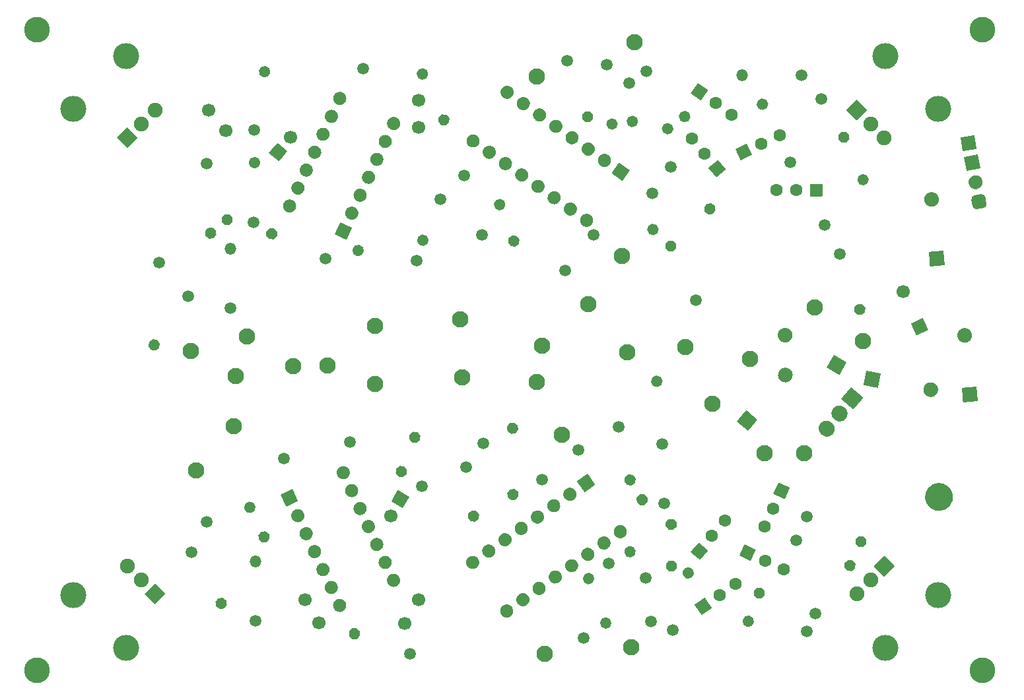
<source format=gbr>
%TF.GenerationSoftware,KiCad,Pcbnew,(5.1.7)-1*%
%TF.CreationDate,2021-03-24T00:49:07-05:00*%
%TF.ProjectId,duber,64756265-722e-46b6-9963-61645f706362,rev?*%
%TF.SameCoordinates,Original*%
%TF.FileFunction,Soldermask,Top*%
%TF.FilePolarity,Negative*%
%FSLAX46Y46*%
G04 Gerber Fmt 4.6, Leading zero omitted, Abs format (unit mm)*
G04 Created by KiCad (PCBNEW (5.1.7)-1) date 2021-03-24 00:49:07*
%MOMM*%
%LPD*%
G01*
G04 APERTURE LIST*
%ADD10C,3.300000*%
%ADD11C,3.340000*%
%ADD12C,1.900000*%
%ADD13C,1.600000*%
%ADD14C,1.500000*%
%ADD15O,1.500000X1.500000*%
%ADD16C,2.100000*%
%ADD17C,1.700000*%
G04 APERTURE END LIST*
D10*
%TO.C,REF\u002A\u002A*%
X218890000Y-136050000D03*
%TD*%
%TO.C,REF\u002A\u002A*%
X97710000Y-136050000D03*
%TD*%
%TO.C,REF\u002A\u002A*%
X97710000Y-53800000D03*
%TD*%
%TO.C,REF\u002A\u002A*%
X218890000Y-53800000D03*
%TD*%
%TO.C,D3*%
G36*
G01*
X194442808Y-93495865D02*
X194442808Y-93495865D01*
G75*
G02*
X193145084Y-93843589I-822724J475000D01*
G01*
X193145084Y-93843589D01*
G75*
G02*
X192797360Y-92545865I475000J822724D01*
G01*
X192797360Y-92545865D01*
G75*
G02*
X194095084Y-92198141I822724J-475000D01*
G01*
X194095084Y-92198141D01*
G75*
G02*
X194442808Y-93495865I-475000J-822724D01*
G01*
G37*
G36*
G01*
X201491922Y-96526442D02*
X200591922Y-98085288D01*
G75*
G02*
X200523621Y-98103589I-43301J25000D01*
G01*
X198964775Y-97203589D01*
G75*
G02*
X198946474Y-97135288I25000J43301D01*
G01*
X199846474Y-95576442D01*
G75*
G02*
X199914775Y-95558141I43301J-25000D01*
G01*
X201473621Y-96458141D01*
G75*
G02*
X201491922Y-96526442I-25000J-43301D01*
G01*
G37*
%TD*%
%TO.C,D5*%
G36*
G01*
X188823688Y-105278095D02*
X187444808Y-104121077D01*
G75*
G02*
X187438645Y-104050636I32139J38302D01*
G01*
X188595663Y-102671756D01*
G75*
G02*
X188666104Y-102665593I38302J-32139D01*
G01*
X190044984Y-103822611D01*
G75*
G02*
X190051147Y-103893052I-32139J-38302D01*
G01*
X188894129Y-105271932D01*
G75*
G02*
X188823688Y-105278095I-38302J32139D01*
G01*
G37*
G36*
G01*
X193032290Y-98862327D02*
X193032290Y-98862327D01*
G75*
G02*
X192915196Y-97523937I610648J727742D01*
G01*
X192915196Y-97523937D01*
G75*
G02*
X194253586Y-97406843I727742J-610648D01*
G01*
X194253586Y-97406843D01*
G75*
G02*
X194370680Y-98745233I-610648J-727742D01*
G01*
X194370680Y-98745233D01*
G75*
G02*
X193032290Y-98862327I-727742J610648D01*
G01*
G37*
%TD*%
%TO.C,1N4001*%
G36*
G01*
X214035677Y-84062506D02*
X212242527Y-84219386D01*
G75*
G02*
X212188359Y-84173934I-4358J49810D01*
G01*
X212031479Y-82380784D01*
G75*
G02*
X212076931Y-82326616I49810J4358D01*
G01*
X213870081Y-82169736D01*
G75*
G02*
X213924249Y-82215188I4358J-49810D01*
G01*
X214081129Y-84008338D01*
G75*
G02*
X214035677Y-84062506I-49810J-4358D01*
G01*
G37*
G36*
G01*
X212474975Y-76549942D02*
X212474975Y-76549942D01*
G75*
G02*
X211445792Y-75686355I-82798J946385D01*
G01*
X211445792Y-75686355D01*
G75*
G02*
X212309379Y-74657172I946385J82798D01*
G01*
X212309379Y-74657172D01*
G75*
G02*
X213338562Y-75520759I82798J-946385D01*
G01*
X213338562Y-75520759D01*
G75*
G02*
X212474975Y-76549942I-946385J-82798D01*
G01*
G37*
%TD*%
%TO.C,1N914*%
G36*
G01*
X216719282Y-93998001D02*
X216719282Y-93998001D01*
G75*
G02*
X215690099Y-93134414I-82798J946385D01*
G01*
X215690099Y-93134414D01*
G75*
G02*
X216553686Y-92105231I946385J82798D01*
G01*
X216553686Y-92105231D01*
G75*
G02*
X217582869Y-92968818I82798J-946385D01*
G01*
X217582869Y-92968818D01*
G75*
G02*
X216719282Y-93998001I-946385J-82798D01*
G01*
G37*
G36*
G01*
X218279984Y-101510565D02*
X216486834Y-101667445D01*
G75*
G02*
X216432666Y-101621993I-4358J49810D01*
G01*
X216275786Y-99828843D01*
G75*
G02*
X216321238Y-99774675I49810J4358D01*
G01*
X218114388Y-99617795D01*
G75*
G02*
X218168556Y-99663247I4358J-49810D01*
G01*
X218325436Y-101456397D01*
G75*
G02*
X218279984Y-101510565I-49810J-4358D01*
G01*
G37*
%TD*%
%TO.C,1N4001*%
G36*
G01*
X203698799Y-99406575D02*
X204011365Y-97633921D01*
G75*
G02*
X204069287Y-97593363I49240J-8682D01*
G01*
X205841941Y-97905929D01*
G75*
G02*
X205882499Y-97963851I-8682J-49240D01*
G01*
X205569933Y-99736505D01*
G75*
G02*
X205512011Y-99777063I-49240J8682D01*
G01*
X203739357Y-99464497D01*
G75*
G02*
X203698799Y-99406575I8682J49240D01*
G01*
G37*
G36*
G01*
X211359317Y-99843446D02*
X211359317Y-99843446D01*
G75*
G02*
X212459850Y-99072845I935567J-164966D01*
G01*
X212459850Y-99072845D01*
G75*
G02*
X213230451Y-100173378I-164966J-935567D01*
G01*
X213230451Y-100173378D01*
G75*
G02*
X212129918Y-100943979I-935567J164966D01*
G01*
X212129918Y-100943979D01*
G75*
G02*
X211359317Y-99843446I164966J935567D01*
G01*
G37*
%TD*%
D11*
%TO.C,FREQ.*%
X206476955Y-57210354D03*
X213265180Y-63998579D03*
D12*
X206335534Y-67675534D03*
X204567767Y-65907767D03*
G36*
G01*
X204108147Y-64175355D02*
X202835355Y-65448147D01*
G75*
G02*
X202764645Y-65448147I-35355J35355D01*
G01*
X201491853Y-64175355D01*
G75*
G02*
X201491853Y-64104645I35355J35355D01*
G01*
X202764645Y-62831853D01*
G75*
G02*
X202835355Y-62831853I35355J-35355D01*
G01*
X204108147Y-64104645D01*
G75*
G02*
X204108147Y-64175355I-35355J-35355D01*
G01*
G37*
%TD*%
%TO.C,FREQ.*%
G36*
G01*
X206304645Y-123978147D02*
X205031853Y-122705355D01*
G75*
G02*
X205031853Y-122634645I35355J35355D01*
G01*
X206304645Y-121361853D01*
G75*
G02*
X206375355Y-121361853I35355J-35355D01*
G01*
X207648147Y-122634645D01*
G75*
G02*
X207648147Y-122705355I-35355J-35355D01*
G01*
X206375355Y-123978147D01*
G75*
G02*
X206304645Y-123978147I-35355J35355D01*
G01*
G37*
X204572233Y-124437767D03*
X202804466Y-126205534D03*
D11*
X206481421Y-133135180D03*
X213269646Y-126346955D03*
%TD*%
%TO.C,RES.*%
X109118579Y-133145180D03*
X102330354Y-126356955D03*
D12*
X109260000Y-122680000D03*
X111027767Y-124447767D03*
G36*
G01*
X111487387Y-126180179D02*
X112760179Y-124907387D01*
G75*
G02*
X112830889Y-124907387I35355J-35355D01*
G01*
X114103681Y-126180179D01*
G75*
G02*
X114103681Y-126250889I-35355J-35355D01*
G01*
X112830889Y-127523681D01*
G75*
G02*
X112760179Y-127523681I-35355J35355D01*
G01*
X111487387Y-126250889D01*
G75*
G02*
X111487387Y-126180179I35355J35355D01*
G01*
G37*
%TD*%
%TO.C,RES.*%
G36*
G01*
X109295355Y-66371853D02*
X110568147Y-67644645D01*
G75*
G02*
X110568147Y-67715355I-35355J-35355D01*
G01*
X109295355Y-68988147D01*
G75*
G02*
X109224645Y-68988147I-35355J35355D01*
G01*
X107951853Y-67715355D01*
G75*
G02*
X107951853Y-67644645I35355J35355D01*
G01*
X109224645Y-66371853D01*
G75*
G02*
X109295355Y-66371853I35355J-35355D01*
G01*
G37*
X111027767Y-65912233D03*
X112795534Y-64144466D03*
D11*
X109118579Y-57214820D03*
X102330354Y-64003045D03*
%TD*%
%TO.C,J1*%
G36*
G01*
X216418654Y-69380832D02*
X216123452Y-67706658D01*
G75*
G02*
X216164010Y-67648736I49240J8682D01*
G01*
X217838184Y-67353534D01*
G75*
G02*
X217896106Y-67394092I8682J-49240D01*
G01*
X218191308Y-69068266D01*
G75*
G02*
X218150750Y-69126188I-49240J-8682D01*
G01*
X216476576Y-69421390D01*
G75*
G02*
X216418654Y-69380832I-8682J49240D01*
G01*
G37*
G36*
G01*
X216859720Y-71882244D02*
X216564518Y-70208070D01*
G75*
G02*
X216605076Y-70150148I49240J8682D01*
G01*
X218279250Y-69854946D01*
G75*
G02*
X218337172Y-69895504I8682J-49240D01*
G01*
X218632374Y-71569678D01*
G75*
G02*
X218591816Y-71627600I-49240J-8682D01*
G01*
X216917642Y-71922802D01*
G75*
G02*
X216859720Y-71882244I-8682J49240D01*
G01*
G37*
G36*
G01*
X217153186Y-73546568D02*
X217153186Y-73546568D01*
G75*
G02*
X217883230Y-72503958I886327J156283D01*
G01*
X217883230Y-72503958D01*
G75*
G02*
X218925840Y-73234002I156283J-886327D01*
G01*
X218925840Y-73234002D01*
G75*
G02*
X218195796Y-74276612I-886327J-156283D01*
G01*
X218195796Y-74276612D01*
G75*
G02*
X217153186Y-73546568I-156283J886327D01*
G01*
G37*
G36*
G01*
X217672394Y-76491144D02*
X217516111Y-75604817D01*
G75*
G02*
X217881132Y-75083512I443163J78142D01*
G01*
X218767459Y-74927229D01*
G75*
G02*
X219288764Y-75292250I78142J-443163D01*
G01*
X219445047Y-76178577D01*
G75*
G02*
X219080026Y-76699882I-443163J-78142D01*
G01*
X218193699Y-76856165D01*
G75*
G02*
X217672394Y-76491144I-78142J443163D01*
G01*
G37*
%TD*%
%TO.C,U2*%
G36*
G01*
X136185703Y-111028875D02*
X136185703Y-111028875D01*
G75*
G02*
X136596839Y-109899287I770362J359226D01*
G01*
X136596839Y-109899287D01*
G75*
G02*
X137726427Y-110310423I359226J-770362D01*
G01*
X137726427Y-110310423D01*
G75*
G02*
X137315291Y-111440011I-770362J-359226D01*
G01*
X137315291Y-111440011D01*
G75*
G02*
X136185703Y-111028875I-359226J770362D01*
G01*
G37*
G36*
G01*
X135720340Y-128061357D02*
X135720340Y-128061357D01*
G75*
G02*
X136131476Y-126931769I770362J359226D01*
G01*
X136131476Y-126931769D01*
G75*
G02*
X137261064Y-127342905I359226J-770362D01*
G01*
X137261064Y-127342905D01*
G75*
G02*
X136849928Y-128472493I-770362J-359226D01*
G01*
X136849928Y-128472493D01*
G75*
G02*
X135720340Y-128061357I-359226J770362D01*
G01*
G37*
G36*
G01*
X137259154Y-113330897D02*
X137259154Y-113330897D01*
G75*
G02*
X137670290Y-112201309I770362J359226D01*
G01*
X137670290Y-112201309D01*
G75*
G02*
X138799878Y-112612445I359226J-770362D01*
G01*
X138799878Y-112612445D01*
G75*
G02*
X138388742Y-113742033I-770362J-359226D01*
G01*
X138388742Y-113742033D01*
G75*
G02*
X137259154Y-113330897I-359226J770362D01*
G01*
G37*
G36*
G01*
X134646890Y-125759335D02*
X134646890Y-125759335D01*
G75*
G02*
X135058026Y-124629747I770362J359226D01*
G01*
X135058026Y-124629747D01*
G75*
G02*
X136187614Y-125040883I359226J-770362D01*
G01*
X136187614Y-125040883D01*
G75*
G02*
X135776478Y-126170471I-770362J-359226D01*
G01*
X135776478Y-126170471D01*
G75*
G02*
X134646890Y-125759335I-359226J770362D01*
G01*
G37*
G36*
G01*
X138332604Y-115632918D02*
X138332604Y-115632918D01*
G75*
G02*
X138743740Y-114503330I770362J359226D01*
G01*
X138743740Y-114503330D01*
G75*
G02*
X139873328Y-114914466I359226J-770362D01*
G01*
X139873328Y-114914466D01*
G75*
G02*
X139462192Y-116044054I-770362J-359226D01*
G01*
X139462192Y-116044054D01*
G75*
G02*
X138332604Y-115632918I-359226J770362D01*
G01*
G37*
G36*
G01*
X133573440Y-123457313D02*
X133573440Y-123457313D01*
G75*
G02*
X133984576Y-122327725I770362J359226D01*
G01*
X133984576Y-122327725D01*
G75*
G02*
X135114164Y-122738861I359226J-770362D01*
G01*
X135114164Y-122738861D01*
G75*
G02*
X134703028Y-123868449I-770362J-359226D01*
G01*
X134703028Y-123868449D01*
G75*
G02*
X133573440Y-123457313I-359226J770362D01*
G01*
G37*
G36*
G01*
X139406054Y-117934940D02*
X139406054Y-117934940D01*
G75*
G02*
X139817190Y-116805352I770362J359226D01*
G01*
X139817190Y-116805352D01*
G75*
G02*
X140946778Y-117216488I359226J-770362D01*
G01*
X140946778Y-117216488D01*
G75*
G02*
X140535642Y-118346076I-770362J-359226D01*
G01*
X140535642Y-118346076D01*
G75*
G02*
X139406054Y-117934940I-359226J770362D01*
G01*
G37*
G36*
G01*
X132499989Y-121155291D02*
X132499989Y-121155291D01*
G75*
G02*
X132911125Y-120025703I770362J359226D01*
G01*
X132911125Y-120025703D01*
G75*
G02*
X134040713Y-120436839I359226J-770362D01*
G01*
X134040713Y-120436839D01*
G75*
G02*
X133629577Y-121566427I-770362J-359226D01*
G01*
X133629577Y-121566427D01*
G75*
G02*
X132499989Y-121155291I-359226J770362D01*
G01*
G37*
G36*
G01*
X140479505Y-120236962D02*
X140479505Y-120236962D01*
G75*
G02*
X140890641Y-119107374I770362J359226D01*
G01*
X140890641Y-119107374D01*
G75*
G02*
X142020229Y-119518510I359226J-770362D01*
G01*
X142020229Y-119518510D01*
G75*
G02*
X141609093Y-120648098I-770362J-359226D01*
G01*
X141609093Y-120648098D01*
G75*
G02*
X140479505Y-120236962I-359226J770362D01*
G01*
G37*
G36*
G01*
X131426539Y-118853270D02*
X131426539Y-118853270D01*
G75*
G02*
X131837675Y-117723682I770362J359226D01*
G01*
X131837675Y-117723682D01*
G75*
G02*
X132967263Y-118134818I359226J-770362D01*
G01*
X132967263Y-118134818D01*
G75*
G02*
X132556127Y-119264406I-770362J-359226D01*
G01*
X132556127Y-119264406D01*
G75*
G02*
X131426539Y-118853270I-359226J770362D01*
G01*
G37*
G36*
G01*
X141552955Y-122538984D02*
X141552955Y-122538984D01*
G75*
G02*
X141964091Y-121409396I770362J359226D01*
G01*
X141964091Y-121409396D01*
G75*
G02*
X143093679Y-121820532I359226J-770362D01*
G01*
X143093679Y-121820532D01*
G75*
G02*
X142682543Y-122950120I-770362J-359226D01*
G01*
X142682543Y-122950120D01*
G75*
G02*
X141552955Y-122538984I-359226J770362D01*
G01*
G37*
G36*
G01*
X130353088Y-116551248D02*
X130353088Y-116551248D01*
G75*
G02*
X130764224Y-115421660I770362J359226D01*
G01*
X130764224Y-115421660D01*
G75*
G02*
X131893812Y-115832796I359226J-770362D01*
G01*
X131893812Y-115832796D01*
G75*
G02*
X131482676Y-116962384I-770362J-359226D01*
G01*
X131482676Y-116962384D01*
G75*
G02*
X130353088Y-116551248I-359226J770362D01*
G01*
G37*
G36*
G01*
X142626406Y-124841006D02*
X142626406Y-124841006D01*
G75*
G02*
X143037542Y-123711418I770362J359226D01*
G01*
X143037542Y-123711418D01*
G75*
G02*
X144167130Y-124122554I359226J-770362D01*
G01*
X144167130Y-124122554D01*
G75*
G02*
X143755994Y-125252142I-770362J-359226D01*
G01*
X143755994Y-125252142D01*
G75*
G02*
X142626406Y-124841006I-359226J770362D01*
G01*
G37*
G36*
G01*
X129617733Y-114974272D02*
X128941544Y-113524179D01*
G75*
G02*
X128965728Y-113457733I45315J21131D01*
G01*
X130415821Y-112781544D01*
G75*
G02*
X130482267Y-112805728I21131J-45315D01*
G01*
X131158456Y-114255821D01*
G75*
G02*
X131134272Y-114322267I-45315J-21131D01*
G01*
X129684179Y-114998456D01*
G75*
G02*
X129617733Y-114974272I-21131J45315D01*
G01*
G37*
%TD*%
%TO.C,U1*%
G36*
G01*
X138078456Y-79304179D02*
X137402267Y-80754272D01*
G75*
G02*
X137335821Y-80778456I-45315J21131D01*
G01*
X135885728Y-80102267D01*
G75*
G02*
X135861544Y-80035821I21131J45315D01*
G01*
X136537733Y-78585728D01*
G75*
G02*
X136604179Y-78561544I45315J-21131D01*
G01*
X138054272Y-79237733D01*
G75*
G02*
X138078456Y-79304179I-21131J-45315D01*
G01*
G37*
G36*
G01*
X137274999Y-62996744D02*
X137274999Y-62996744D01*
G75*
G02*
X136145411Y-63407880I-770362J359226D01*
G01*
X136145411Y-63407880D01*
G75*
G02*
X135734275Y-62278292I359226J770362D01*
G01*
X135734275Y-62278292D01*
G75*
G02*
X136863863Y-61867156I770362J-359226D01*
G01*
X136863863Y-61867156D01*
G75*
G02*
X137274999Y-62996744I-359226J-770362D01*
G01*
G37*
G36*
G01*
X138813812Y-77727204D02*
X138813812Y-77727204D01*
G75*
G02*
X137684224Y-78138340I-770362J359226D01*
G01*
X137684224Y-78138340D01*
G75*
G02*
X137273088Y-77008752I359226J770362D01*
G01*
X137273088Y-77008752D01*
G75*
G02*
X138402676Y-76597616I770362J-359226D01*
G01*
X138402676Y-76597616D01*
G75*
G02*
X138813812Y-77727204I-359226J-770362D01*
G01*
G37*
G36*
G01*
X136201549Y-65298766D02*
X136201549Y-65298766D01*
G75*
G02*
X135071961Y-65709902I-770362J359226D01*
G01*
X135071961Y-65709902D01*
G75*
G02*
X134660825Y-64580314I359226J770362D01*
G01*
X134660825Y-64580314D01*
G75*
G02*
X135790413Y-64169178I770362J-359226D01*
G01*
X135790413Y-64169178D01*
G75*
G02*
X136201549Y-65298766I-359226J-770362D01*
G01*
G37*
G36*
G01*
X139887263Y-75425182D02*
X139887263Y-75425182D01*
G75*
G02*
X138757675Y-75836318I-770362J359226D01*
G01*
X138757675Y-75836318D01*
G75*
G02*
X138346539Y-74706730I359226J770362D01*
G01*
X138346539Y-74706730D01*
G75*
G02*
X139476127Y-74295594I770362J-359226D01*
G01*
X139476127Y-74295594D01*
G75*
G02*
X139887263Y-75425182I-359226J-770362D01*
G01*
G37*
G36*
G01*
X135128098Y-67600788D02*
X135128098Y-67600788D01*
G75*
G02*
X133998510Y-68011924I-770362J359226D01*
G01*
X133998510Y-68011924D01*
G75*
G02*
X133587374Y-66882336I359226J770362D01*
G01*
X133587374Y-66882336D01*
G75*
G02*
X134716962Y-66471200I770362J-359226D01*
G01*
X134716962Y-66471200D01*
G75*
G02*
X135128098Y-67600788I-359226J-770362D01*
G01*
G37*
G36*
G01*
X140960713Y-73123161D02*
X140960713Y-73123161D01*
G75*
G02*
X139831125Y-73534297I-770362J359226D01*
G01*
X139831125Y-73534297D01*
G75*
G02*
X139419989Y-72404709I359226J770362D01*
G01*
X139419989Y-72404709D01*
G75*
G02*
X140549577Y-71993573I770362J-359226D01*
G01*
X140549577Y-71993573D01*
G75*
G02*
X140960713Y-73123161I-359226J-770362D01*
G01*
G37*
G36*
G01*
X134054648Y-69902810D02*
X134054648Y-69902810D01*
G75*
G02*
X132925060Y-70313946I-770362J359226D01*
G01*
X132925060Y-70313946D01*
G75*
G02*
X132513924Y-69184358I359226J770362D01*
G01*
X132513924Y-69184358D01*
G75*
G02*
X133643512Y-68773222I770362J-359226D01*
G01*
X133643512Y-68773222D01*
G75*
G02*
X134054648Y-69902810I-359226J-770362D01*
G01*
G37*
G36*
G01*
X142034164Y-70821139D02*
X142034164Y-70821139D01*
G75*
G02*
X140904576Y-71232275I-770362J359226D01*
G01*
X140904576Y-71232275D01*
G75*
G02*
X140493440Y-70102687I359226J770362D01*
G01*
X140493440Y-70102687D01*
G75*
G02*
X141623028Y-69691551I770362J-359226D01*
G01*
X141623028Y-69691551D01*
G75*
G02*
X142034164Y-70821139I-359226J-770362D01*
G01*
G37*
G36*
G01*
X132981197Y-72204831D02*
X132981197Y-72204831D01*
G75*
G02*
X131851609Y-72615967I-770362J359226D01*
G01*
X131851609Y-72615967D01*
G75*
G02*
X131440473Y-71486379I359226J770362D01*
G01*
X131440473Y-71486379D01*
G75*
G02*
X132570061Y-71075243I770362J-359226D01*
G01*
X132570061Y-71075243D01*
G75*
G02*
X132981197Y-72204831I-359226J-770362D01*
G01*
G37*
G36*
G01*
X143107614Y-68519117D02*
X143107614Y-68519117D01*
G75*
G02*
X141978026Y-68930253I-770362J359226D01*
G01*
X141978026Y-68930253D01*
G75*
G02*
X141566890Y-67800665I359226J770362D01*
G01*
X141566890Y-67800665D01*
G75*
G02*
X142696478Y-67389529I770362J-359226D01*
G01*
X142696478Y-67389529D01*
G75*
G02*
X143107614Y-68519117I-359226J-770362D01*
G01*
G37*
G36*
G01*
X131907747Y-74506853D02*
X131907747Y-74506853D01*
G75*
G02*
X130778159Y-74917989I-770362J359226D01*
G01*
X130778159Y-74917989D01*
G75*
G02*
X130367023Y-73788401I359226J770362D01*
G01*
X130367023Y-73788401D01*
G75*
G02*
X131496611Y-73377265I770362J-359226D01*
G01*
X131496611Y-73377265D01*
G75*
G02*
X131907747Y-74506853I-359226J-770362D01*
G01*
G37*
G36*
G01*
X144181064Y-66217095D02*
X144181064Y-66217095D01*
G75*
G02*
X143051476Y-66628231I-770362J359226D01*
G01*
X143051476Y-66628231D01*
G75*
G02*
X142640340Y-65498643I359226J770362D01*
G01*
X142640340Y-65498643D01*
G75*
G02*
X143769928Y-65087507I770362J-359226D01*
G01*
X143769928Y-65087507D01*
G75*
G02*
X144181064Y-66217095I-359226J-770362D01*
G01*
G37*
G36*
G01*
X130834297Y-76808875D02*
X130834297Y-76808875D01*
G75*
G02*
X129704709Y-77220011I-770362J359226D01*
G01*
X129704709Y-77220011D01*
G75*
G02*
X129293573Y-76090423I359226J770362D01*
G01*
X129293573Y-76090423D01*
G75*
G02*
X130423161Y-75679287I770362J-359226D01*
G01*
X130423161Y-75679287D01*
G75*
G02*
X130834297Y-76808875I-359226J-770362D01*
G01*
G37*
%TD*%
%TO.C,U4*%
G36*
G01*
X171983112Y-117535660D02*
X171983112Y-117535660D01*
G75*
G02*
X173166931Y-117744399I487540J-696279D01*
G01*
X173166931Y-117744399D01*
G75*
G02*
X172958192Y-118928218I-696279J-487540D01*
G01*
X172958192Y-118928218D01*
G75*
G02*
X171774373Y-118719479I-487540J696279D01*
G01*
X171774373Y-118719479D01*
G75*
G02*
X171983112Y-117535660I696279J487540D01*
G01*
G37*
G36*
G01*
X153047937Y-121491910D02*
X153047937Y-121491910D01*
G75*
G02*
X154231756Y-121700649I487540J-696279D01*
G01*
X154231756Y-121700649D01*
G75*
G02*
X154023017Y-122884468I-696279J-487540D01*
G01*
X154023017Y-122884468D01*
G75*
G02*
X152839198Y-122675729I-487540J696279D01*
G01*
X152839198Y-122675729D01*
G75*
G02*
X153047937Y-121491910I696279J487540D01*
G01*
G37*
G36*
G01*
X169902466Y-118992544D02*
X169902466Y-118992544D01*
G75*
G02*
X171086285Y-119201283I487540J-696279D01*
G01*
X171086285Y-119201283D01*
G75*
G02*
X170877546Y-120385102I-696279J-487540D01*
G01*
X170877546Y-120385102D01*
G75*
G02*
X169693727Y-120176363I-487540J696279D01*
G01*
X169693727Y-120176363D01*
G75*
G02*
X169902466Y-118992544I696279J487540D01*
G01*
G37*
G36*
G01*
X155128583Y-120035026D02*
X155128583Y-120035026D01*
G75*
G02*
X156312402Y-120243765I487540J-696279D01*
G01*
X156312402Y-120243765D01*
G75*
G02*
X156103663Y-121427584I-696279J-487540D01*
G01*
X156103663Y-121427584D01*
G75*
G02*
X154919844Y-121218845I-487540J696279D01*
G01*
X154919844Y-121218845D01*
G75*
G02*
X155128583Y-120035026I696279J487540D01*
G01*
G37*
G36*
G01*
X167821820Y-120449428D02*
X167821820Y-120449428D01*
G75*
G02*
X169005639Y-120658167I487540J-696279D01*
G01*
X169005639Y-120658167D01*
G75*
G02*
X168796900Y-121841986I-696279J-487540D01*
G01*
X168796900Y-121841986D01*
G75*
G02*
X167613081Y-121633247I-487540J696279D01*
G01*
X167613081Y-121633247D01*
G75*
G02*
X167821820Y-120449428I696279J487540D01*
G01*
G37*
G36*
G01*
X157209229Y-118578142D02*
X157209229Y-118578142D01*
G75*
G02*
X158393048Y-118786881I487540J-696279D01*
G01*
X158393048Y-118786881D01*
G75*
G02*
X158184309Y-119970700I-696279J-487540D01*
G01*
X158184309Y-119970700D01*
G75*
G02*
X157000490Y-119761961I-487540J696279D01*
G01*
X157000490Y-119761961D01*
G75*
G02*
X157209229Y-118578142I696279J487540D01*
G01*
G37*
G36*
G01*
X165741174Y-121906312D02*
X165741174Y-121906312D01*
G75*
G02*
X166924993Y-122115051I487540J-696279D01*
G01*
X166924993Y-122115051D01*
G75*
G02*
X166716254Y-123298870I-696279J-487540D01*
G01*
X166716254Y-123298870D01*
G75*
G02*
X165532435Y-123090131I-487540J696279D01*
G01*
X165532435Y-123090131D01*
G75*
G02*
X165741174Y-121906312I696279J487540D01*
G01*
G37*
G36*
G01*
X159289875Y-117121258D02*
X159289875Y-117121258D01*
G75*
G02*
X160473694Y-117329997I487540J-696279D01*
G01*
X160473694Y-117329997D01*
G75*
G02*
X160264955Y-118513816I-696279J-487540D01*
G01*
X160264955Y-118513816D01*
G75*
G02*
X159081136Y-118305077I-487540J696279D01*
G01*
X159081136Y-118305077D01*
G75*
G02*
X159289875Y-117121258I696279J487540D01*
G01*
G37*
G36*
G01*
X163660528Y-123363196D02*
X163660528Y-123363196D01*
G75*
G02*
X164844347Y-123571935I487540J-696279D01*
G01*
X164844347Y-123571935D01*
G75*
G02*
X164635608Y-124755754I-696279J-487540D01*
G01*
X164635608Y-124755754D01*
G75*
G02*
X163451789Y-124547015I-487540J696279D01*
G01*
X163451789Y-124547015D01*
G75*
G02*
X163660528Y-123363196I696279J487540D01*
G01*
G37*
G36*
G01*
X161370521Y-115664373D02*
X161370521Y-115664373D01*
G75*
G02*
X162554340Y-115873112I487540J-696279D01*
G01*
X162554340Y-115873112D01*
G75*
G02*
X162345601Y-117056931I-696279J-487540D01*
G01*
X162345601Y-117056931D01*
G75*
G02*
X161161782Y-116848192I-487540J696279D01*
G01*
X161161782Y-116848192D01*
G75*
G02*
X161370521Y-115664373I696279J487540D01*
G01*
G37*
G36*
G01*
X161579881Y-124820080D02*
X161579881Y-124820080D01*
G75*
G02*
X162763700Y-125028819I487540J-696279D01*
G01*
X162763700Y-125028819D01*
G75*
G02*
X162554961Y-126212638I-696279J-487540D01*
G01*
X162554961Y-126212638D01*
G75*
G02*
X161371142Y-126003899I-487540J696279D01*
G01*
X161371142Y-126003899D01*
G75*
G02*
X161579881Y-124820080I696279J487540D01*
G01*
G37*
G36*
G01*
X163451168Y-114207489D02*
X163451168Y-114207489D01*
G75*
G02*
X164634987Y-114416228I487540J-696279D01*
G01*
X164634987Y-114416228D01*
G75*
G02*
X164426248Y-115600047I-696279J-487540D01*
G01*
X164426248Y-115600047D01*
G75*
G02*
X163242429Y-115391308I-487540J696279D01*
G01*
X163242429Y-115391308D01*
G75*
G02*
X163451168Y-114207489I696279J487540D01*
G01*
G37*
G36*
G01*
X159499235Y-126276964D02*
X159499235Y-126276964D01*
G75*
G02*
X160683054Y-126485703I487540J-696279D01*
G01*
X160683054Y-126485703D01*
G75*
G02*
X160474315Y-127669522I-696279J-487540D01*
G01*
X160474315Y-127669522D01*
G75*
G02*
X159290496Y-127460783I-487540J696279D01*
G01*
X159290496Y-127460783D01*
G75*
G02*
X159499235Y-126276964I696279J487540D01*
G01*
G37*
G36*
G01*
X165531814Y-112750605D02*
X165531814Y-112750605D01*
G75*
G02*
X166715633Y-112959344I487540J-696279D01*
G01*
X166715633Y-112959344D01*
G75*
G02*
X166506894Y-114143163I-696279J-487540D01*
G01*
X166506894Y-114143163D01*
G75*
G02*
X165323075Y-113934424I-487540J696279D01*
G01*
X165323075Y-113934424D01*
G75*
G02*
X165531814Y-112750605I696279J487540D01*
G01*
G37*
G36*
G01*
X157418589Y-127733849D02*
X157418589Y-127733849D01*
G75*
G02*
X158602408Y-127942588I487540J-696279D01*
G01*
X158602408Y-127942588D01*
G75*
G02*
X158393669Y-129126407I-696279J-487540D01*
G01*
X158393669Y-129126407D01*
G75*
G02*
X157209850Y-128917668I-487540J696279D01*
G01*
X157209850Y-128917668D01*
G75*
G02*
X157418589Y-127733849I696279J487540D01*
G01*
G37*
G36*
G01*
X166957138Y-111752582D02*
X168267781Y-110834859D01*
G75*
G02*
X168337418Y-110847138I28679J-40958D01*
G01*
X169255141Y-112157781D01*
G75*
G02*
X169242862Y-112227418I-40958J-28679D01*
G01*
X167932219Y-113145141D01*
G75*
G02*
X167862582Y-113132862I-28679J40958D01*
G01*
X166944859Y-111822219D01*
G75*
G02*
X166957138Y-111752582I40958J28679D01*
G01*
G37*
%TD*%
%TO.C,U3*%
G36*
G01*
X172362219Y-70894859D02*
X173672862Y-71812582D01*
G75*
G02*
X173685141Y-71882219I-28679J-40958D01*
G01*
X172767418Y-73192862D01*
G75*
G02*
X172697781Y-73205141I-40958J28679D01*
G01*
X171387138Y-72287418D01*
G75*
G02*
X171374859Y-72217781I28679J40958D01*
G01*
X172292582Y-70907138D01*
G75*
G02*
X172362219Y-70894859I40958J-28679D01*
G01*
G37*
G36*
G01*
X154082364Y-67397471D02*
X154082364Y-67397471D01*
G75*
G02*
X154291103Y-68581290I-487540J-696279D01*
G01*
X154291103Y-68581290D01*
G75*
G02*
X153107284Y-68790029I-696279J487540D01*
G01*
X153107284Y-68790029D01*
G75*
G02*
X152898545Y-67606210I487540J696279D01*
G01*
X152898545Y-67606210D01*
G75*
G02*
X154082364Y-67397471I696279J-487540D01*
G01*
G37*
G36*
G01*
X170936894Y-69896837D02*
X170936894Y-69896837D01*
G75*
G02*
X171145633Y-71080656I-487540J-696279D01*
G01*
X171145633Y-71080656D01*
G75*
G02*
X169961814Y-71289395I-696279J487540D01*
G01*
X169961814Y-71289395D01*
G75*
G02*
X169753075Y-70105576I487540J696279D01*
G01*
X169753075Y-70105576D01*
G75*
G02*
X170936894Y-69896837I696279J-487540D01*
G01*
G37*
G36*
G01*
X156163010Y-68854355D02*
X156163010Y-68854355D01*
G75*
G02*
X156371749Y-70038174I-487540J-696279D01*
G01*
X156371749Y-70038174D01*
G75*
G02*
X155187930Y-70246913I-696279J487540D01*
G01*
X155187930Y-70246913D01*
G75*
G02*
X154979191Y-69063094I487540J696279D01*
G01*
X154979191Y-69063094D01*
G75*
G02*
X156163010Y-68854355I696279J-487540D01*
G01*
G37*
G36*
G01*
X168856248Y-68439953D02*
X168856248Y-68439953D01*
G75*
G02*
X169064987Y-69623772I-487540J-696279D01*
G01*
X169064987Y-69623772D01*
G75*
G02*
X167881168Y-69832511I-696279J487540D01*
G01*
X167881168Y-69832511D01*
G75*
G02*
X167672429Y-68648692I487540J696279D01*
G01*
X167672429Y-68648692D01*
G75*
G02*
X168856248Y-68439953I696279J-487540D01*
G01*
G37*
G36*
G01*
X158243657Y-70311239D02*
X158243657Y-70311239D01*
G75*
G02*
X158452396Y-71495058I-487540J-696279D01*
G01*
X158452396Y-71495058D01*
G75*
G02*
X157268577Y-71703797I-696279J487540D01*
G01*
X157268577Y-71703797D01*
G75*
G02*
X157059838Y-70519978I487540J696279D01*
G01*
X157059838Y-70519978D01*
G75*
G02*
X158243657Y-70311239I696279J-487540D01*
G01*
G37*
G36*
G01*
X166775601Y-66983069D02*
X166775601Y-66983069D01*
G75*
G02*
X166984340Y-68166888I-487540J-696279D01*
G01*
X166984340Y-68166888D01*
G75*
G02*
X165800521Y-68375627I-696279J487540D01*
G01*
X165800521Y-68375627D01*
G75*
G02*
X165591782Y-67191808I487540J696279D01*
G01*
X165591782Y-67191808D01*
G75*
G02*
X166775601Y-66983069I696279J-487540D01*
G01*
G37*
G36*
G01*
X160324303Y-71768123D02*
X160324303Y-71768123D01*
G75*
G02*
X160533042Y-72951942I-487540J-696279D01*
G01*
X160533042Y-72951942D01*
G75*
G02*
X159349223Y-73160681I-696279J487540D01*
G01*
X159349223Y-73160681D01*
G75*
G02*
X159140484Y-71976862I487540J696279D01*
G01*
X159140484Y-71976862D01*
G75*
G02*
X160324303Y-71768123I696279J-487540D01*
G01*
G37*
G36*
G01*
X164694955Y-65526184D02*
X164694955Y-65526184D01*
G75*
G02*
X164903694Y-66710003I-487540J-696279D01*
G01*
X164903694Y-66710003D01*
G75*
G02*
X163719875Y-66918742I-696279J487540D01*
G01*
X163719875Y-66918742D01*
G75*
G02*
X163511136Y-65734923I487540J696279D01*
G01*
X163511136Y-65734923D01*
G75*
G02*
X164694955Y-65526184I696279J-487540D01*
G01*
G37*
G36*
G01*
X162404949Y-73225007D02*
X162404949Y-73225007D01*
G75*
G02*
X162613688Y-74408826I-487540J-696279D01*
G01*
X162613688Y-74408826D01*
G75*
G02*
X161429869Y-74617565I-696279J487540D01*
G01*
X161429869Y-74617565D01*
G75*
G02*
X161221130Y-73433746I487540J696279D01*
G01*
X161221130Y-73433746D01*
G75*
G02*
X162404949Y-73225007I696279J-487540D01*
G01*
G37*
G36*
G01*
X162614309Y-64069300D02*
X162614309Y-64069300D01*
G75*
G02*
X162823048Y-65253119I-487540J-696279D01*
G01*
X162823048Y-65253119D01*
G75*
G02*
X161639229Y-65461858I-696279J487540D01*
G01*
X161639229Y-65461858D01*
G75*
G02*
X161430490Y-64278039I487540J696279D01*
G01*
X161430490Y-64278039D01*
G75*
G02*
X162614309Y-64069300I696279J-487540D01*
G01*
G37*
G36*
G01*
X164485595Y-74681891D02*
X164485595Y-74681891D01*
G75*
G02*
X164694334Y-75865710I-487540J-696279D01*
G01*
X164694334Y-75865710D01*
G75*
G02*
X163510515Y-76074449I-696279J487540D01*
G01*
X163510515Y-76074449D01*
G75*
G02*
X163301776Y-74890630I487540J696279D01*
G01*
X163301776Y-74890630D01*
G75*
G02*
X164485595Y-74681891I696279J-487540D01*
G01*
G37*
G36*
G01*
X160533663Y-62612416D02*
X160533663Y-62612416D01*
G75*
G02*
X160742402Y-63796235I-487540J-696279D01*
G01*
X160742402Y-63796235D01*
G75*
G02*
X159558583Y-64004974I-696279J487540D01*
G01*
X159558583Y-64004974D01*
G75*
G02*
X159349844Y-62821155I487540J696279D01*
G01*
X159349844Y-62821155D01*
G75*
G02*
X160533663Y-62612416I696279J-487540D01*
G01*
G37*
G36*
G01*
X166566241Y-76138775D02*
X166566241Y-76138775D01*
G75*
G02*
X166774980Y-77322594I-487540J-696279D01*
G01*
X166774980Y-77322594D01*
G75*
G02*
X165591161Y-77531333I-696279J487540D01*
G01*
X165591161Y-77531333D01*
G75*
G02*
X165382422Y-76347514I487540J696279D01*
G01*
X165382422Y-76347514D01*
G75*
G02*
X166566241Y-76138775I696279J-487540D01*
G01*
G37*
G36*
G01*
X158453017Y-61155532D02*
X158453017Y-61155532D01*
G75*
G02*
X158661756Y-62339351I-487540J-696279D01*
G01*
X158661756Y-62339351D01*
G75*
G02*
X157477937Y-62548090I-696279J487540D01*
G01*
X157477937Y-62548090D01*
G75*
G02*
X157269198Y-61364271I487540J696279D01*
G01*
X157269198Y-61364271D01*
G75*
G02*
X158453017Y-61155532I696279J-487540D01*
G01*
G37*
G36*
G01*
X168646888Y-77595660D02*
X168646888Y-77595660D01*
G75*
G02*
X168855627Y-78779479I-487540J-696279D01*
G01*
X168855627Y-78779479D01*
G75*
G02*
X167671808Y-78988218I-696279J487540D01*
G01*
X167671808Y-78988218D01*
G75*
G02*
X167463069Y-77804399I487540J696279D01*
G01*
X167463069Y-77804399D01*
G75*
G02*
X168646888Y-77595660I696279J-487540D01*
G01*
G37*
%TD*%
D13*
%TO.C,Q4*%
X184242681Y-118794247D03*
X185875361Y-116848494D03*
G36*
G01*
X183704926Y-120679696D02*
X182740745Y-121828763D01*
G75*
G02*
X182670304Y-121834926I-38302J32139D01*
G01*
X181521237Y-120870745D01*
G75*
G02*
X181515074Y-120800304I32139J38302D01*
G01*
X182479255Y-119651237D01*
G75*
G02*
X182549696Y-119645074I38302J-32139D01*
G01*
X183698763Y-120609255D01*
G75*
G02*
X183704926Y-120679696I-32139J-38302D01*
G01*
G37*
%TD*%
%TO.C,Q8*%
X185180646Y-126353116D03*
X187261292Y-124896232D03*
G36*
G01*
X184173225Y-128035140D02*
X182944497Y-128895504D01*
G75*
G02*
X182874860Y-128883225I-28679J40958D01*
G01*
X182014496Y-127654497D01*
G75*
G02*
X182026775Y-127584860I40958J28679D01*
G01*
X183255503Y-126724496D01*
G75*
G02*
X183325140Y-126736775I28679J-40958D01*
G01*
X184185504Y-127965503D01*
G75*
G02*
X184173225Y-128035140I-40958J-28679D01*
G01*
G37*
%TD*%
%TO.C,Q6*%
G36*
G01*
X189141636Y-121972010D02*
X187782174Y-121338082D01*
G75*
G02*
X187757990Y-121271636I21131J45315D01*
G01*
X188391918Y-119912174D01*
G75*
G02*
X188458364Y-119887990I45315J-21131D01*
G01*
X189817826Y-120521918D01*
G75*
G02*
X189842010Y-120588364I-21131J-45315D01*
G01*
X189208082Y-121947826D01*
G75*
G02*
X189141636Y-121972010I-45315J21131D01*
G01*
G37*
X193404044Y-123076901D03*
X191102022Y-122003450D03*
%TD*%
%TO.C,Q3*%
G36*
G01*
X185030745Y-70551237D02*
X185994926Y-71700304D01*
G75*
G02*
X185988763Y-71770745I-38302J-32139D01*
G01*
X184839696Y-72734926D01*
G75*
G02*
X184769255Y-72728763I-32139J38302D01*
G01*
X183805074Y-71579696D01*
G75*
G02*
X183811237Y-71509255I38302J32139D01*
G01*
X184960304Y-70545074D01*
G75*
G02*
X185030745Y-70551237I32139J-38302D01*
G01*
G37*
X181634639Y-67748494D03*
X183267319Y-69694247D03*
%TD*%
%TO.C,Q5*%
G36*
G01*
X189307826Y-69928082D02*
X187948364Y-70562010D01*
G75*
G02*
X187881918Y-70537826I-21131J45315D01*
G01*
X187247990Y-69178364D01*
G75*
G02*
X187272174Y-69111918I45315J21131D01*
G01*
X188631636Y-68477990D01*
G75*
G02*
X188698082Y-68502174I21131J-45315D01*
G01*
X189332010Y-69861636D01*
G75*
G02*
X189307826Y-69928082I-45315J-21131D01*
G01*
G37*
X192894044Y-67373099D03*
X190592022Y-68446550D03*
%TD*%
%TO.C,Q7*%
X184690646Y-63246884D03*
X186771292Y-64703768D03*
G36*
G01*
X182765503Y-62875504D02*
X181536775Y-62015140D01*
G75*
G02*
X181524496Y-61945503I28679J40958D01*
G01*
X182384860Y-60716775D01*
G75*
G02*
X182454497Y-60704496I40958J-28679D01*
G01*
X183683225Y-61564860D01*
G75*
G02*
X183695504Y-61634497I-28679J-40958D01*
G01*
X182835140Y-62863225D01*
G75*
G02*
X182765503Y-62875504I-40958J28679D01*
G01*
G37*
%TD*%
%TO.C,Q2*%
G36*
G01*
X192117990Y-113331636D02*
X192751918Y-111972174D01*
G75*
G02*
X192818364Y-111947990I45315J-21131D01*
G01*
X194177826Y-112581918D01*
G75*
G02*
X194202010Y-112648364I-21131J-45315D01*
G01*
X193568082Y-114007826D01*
G75*
G02*
X193501636Y-114032010I-45315J21131D01*
G01*
X192142174Y-113398082D01*
G75*
G02*
X192117990Y-113331636I21131J45315D01*
G01*
G37*
X191013099Y-117594044D03*
X192086550Y-115292022D03*
%TD*%
%TO.C,Q1*%
X195060000Y-74410000D03*
X192520000Y-74410000D03*
G36*
G01*
X196850000Y-73610000D02*
X198350000Y-73610000D01*
G75*
G02*
X198400000Y-73660000I0J-50000D01*
G01*
X198400000Y-75160000D01*
G75*
G02*
X198350000Y-75210000I-50000J0D01*
G01*
X196850000Y-75210000D01*
G75*
G02*
X196800000Y-75160000I0J50000D01*
G01*
X196800000Y-73660000D01*
G75*
G02*
X196850000Y-73610000I50000J0D01*
G01*
G37*
%TD*%
%TO.C,R40*%
G36*
G01*
X191456142Y-63318760D02*
X191456142Y-63318760D01*
G75*
G02*
X190774363Y-64131273I-747146J-65367D01*
G01*
X190774363Y-64131273D01*
G75*
G02*
X189961850Y-63449494I-65367J747146D01*
G01*
X189961850Y-63449494D01*
G75*
G02*
X190643629Y-62636981I747146J65367D01*
G01*
X190643629Y-62636981D01*
G75*
G02*
X191456142Y-63318760I65367J-747146D01*
G01*
G37*
D14*
X198300000Y-62720000D03*
%TD*%
%TO.C,R41*%
X197470000Y-128730000D03*
G36*
G01*
X191014311Y-126380322D02*
X191014311Y-126380322D01*
G75*
G02*
X190053027Y-126828576I-704769J256515D01*
G01*
X190053027Y-126828576D01*
G75*
G02*
X189604773Y-125867292I256515J704769D01*
G01*
X189604773Y-125867292D01*
G75*
G02*
X190566057Y-125419038I704769J-256515D01*
G01*
X190566057Y-125419038D01*
G75*
G02*
X191014311Y-126380322I-256515J-704769D01*
G01*
G37*
%TD*%
%TO.C,R13*%
X200588449Y-82570093D03*
G36*
G01*
X202938127Y-89025782D02*
X202938127Y-89025782D01*
G75*
G02*
X203899411Y-89474036I256515J-704769D01*
G01*
X203899411Y-89474036D01*
G75*
G02*
X203451157Y-90435320I-704769J-256515D01*
G01*
X203451157Y-90435320D01*
G75*
G02*
X202489873Y-89987066I-256515J704769D01*
G01*
X202489873Y-89987066D01*
G75*
G02*
X202938127Y-89025782I704769J256515D01*
G01*
G37*
%TD*%
%TO.C,R35*%
X196430000Y-116300000D03*
G36*
G01*
X202656334Y-119203387D02*
X202656334Y-119203387D01*
G75*
G02*
X203653029Y-118840620I679731J-316964D01*
G01*
X203653029Y-118840620D01*
G75*
G02*
X204015796Y-119837315I-316964J-679731D01*
G01*
X204015796Y-119837315D01*
G75*
G02*
X203019101Y-120200082I-679731J316964D01*
G01*
X203019101Y-120200082D01*
G75*
G02*
X202656334Y-119203387I316964J679731D01*
G01*
G37*
%TD*%
%TO.C,R43*%
X196390000Y-131060000D03*
G36*
G01*
X189624371Y-129867037D02*
X189624371Y-129867037D01*
G75*
G02*
X188755529Y-130475407I-738606J130236D01*
G01*
X188755529Y-130475407D01*
G75*
G02*
X188147159Y-129606565I130236J738606D01*
G01*
X188147159Y-129606565D01*
G75*
G02*
X189016001Y-128998195I738606J-130236D01*
G01*
X189016001Y-128998195D01*
G75*
G02*
X189624371Y-129867037I-130236J-738606D01*
G01*
G37*
%TD*%
%TO.C,R45*%
X176420000Y-129800000D03*
G36*
G01*
X178769678Y-123344311D02*
X178769678Y-123344311D01*
G75*
G02*
X178321424Y-122383027I256515J704769D01*
G01*
X178321424Y-122383027D01*
G75*
G02*
X179282708Y-121934773I704769J-256515D01*
G01*
X179282708Y-121934773D01*
G75*
G02*
X179730962Y-122896057I-256515J-704769D01*
G01*
X179730962Y-122896057D01*
G75*
G02*
X178769678Y-123344311I-704769J256515D01*
G01*
G37*
%TD*%
%TO.C,R39*%
G36*
G01*
X178677612Y-117979239D02*
X178677612Y-117979239D01*
G75*
G02*
X178323556Y-116979417I322883J676939D01*
G01*
X178323556Y-116979417D01*
G75*
G02*
X179323378Y-116625361I676939J-322883D01*
G01*
X179323378Y-116625361D01*
G75*
G02*
X179677434Y-117625183I-322883J-676939D01*
G01*
X179677434Y-117625183D01*
G75*
G02*
X178677612Y-117979239I-676939J322883D01*
G01*
G37*
X175720000Y-124180000D03*
%TD*%
%TO.C,R34*%
X198710000Y-78910000D03*
G36*
G01*
X203125951Y-73647274D02*
X203125951Y-73647274D01*
G75*
G02*
X203033509Y-72590650I482091J574533D01*
G01*
X203033509Y-72590650D01*
G75*
G02*
X204090133Y-72498208I574533J-482091D01*
G01*
X204090133Y-72498208D01*
G75*
G02*
X204182575Y-73554832I-482091J-574533D01*
G01*
X204182575Y-73554832D01*
G75*
G02*
X203125951Y-73647274I-574533J482091D01*
G01*
G37*
%TD*%
%TO.C,R42*%
X195760000Y-59620000D03*
D15*
X188140000Y-59620000D03*
%TD*%
D14*
%TO.C,R44*%
X173650000Y-60690000D03*
G36*
G01*
X178065951Y-65952726D02*
X178065951Y-65952726D01*
G75*
G02*
X179122575Y-66045168I482091J-574533D01*
G01*
X179122575Y-66045168D01*
G75*
G02*
X179030133Y-67101792I-574533J-482091D01*
G01*
X179030133Y-67101792D01*
G75*
G02*
X177973509Y-67009350I-482091J574533D01*
G01*
X177973509Y-67009350D01*
G75*
G02*
X178065951Y-65952726I574533J482091D01*
G01*
G37*
%TD*%
%TO.C,R38*%
G36*
G01*
X171350760Y-65177858D02*
X171350760Y-65177858D01*
G75*
G02*
X172163273Y-65859637I65367J-747146D01*
G01*
X172163273Y-65859637D01*
G75*
G02*
X171481494Y-66672150I-747146J-65367D01*
G01*
X171481494Y-66672150D01*
G75*
G02*
X170668981Y-65990371I-65367J747146D01*
G01*
X170668981Y-65990371D01*
G75*
G02*
X171350760Y-65177858I747146J65367D01*
G01*
G37*
X170752000Y-58334000D03*
%TD*%
%TO.C,R31*%
G36*
G01*
X175540322Y-113435689D02*
X175540322Y-113435689D01*
G75*
G02*
X175988576Y-114396973I-256515J-704769D01*
G01*
X175988576Y-114396973D01*
G75*
G02*
X175027292Y-114845227I-704769J256515D01*
G01*
X175027292Y-114845227D01*
G75*
G02*
X174579038Y-113883943I256515J704769D01*
G01*
X174579038Y-113883943D01*
G75*
G02*
X175540322Y-113435689I704769J-256515D01*
G01*
G37*
X177890000Y-106980000D03*
%TD*%
%TO.C,R49*%
X172260000Y-104780000D03*
G36*
G01*
X176675951Y-99517274D02*
X176675951Y-99517274D01*
G75*
G02*
X176583509Y-98460650I482091J574533D01*
G01*
X176583509Y-98460650D01*
G75*
G02*
X177640133Y-98368208I574533J-482091D01*
G01*
X177640133Y-98368208D01*
G75*
G02*
X177732575Y-99424832I-482091J-574533D01*
G01*
X177732575Y-99424832D01*
G75*
G02*
X176675951Y-99517274I-574533J482091D01*
G01*
G37*
%TD*%
%TO.C,R23*%
G36*
G01*
X173079595Y-111225000D02*
X173079595Y-111225000D01*
G75*
G02*
X174104114Y-110950481I649519J-375000D01*
G01*
X174104114Y-110950481D01*
G75*
G02*
X174378633Y-111975000I-375000J-649519D01*
G01*
X174378633Y-111975000D01*
G75*
G02*
X173354114Y-112249519I-649519J375000D01*
G01*
X173354114Y-112249519D01*
G75*
G02*
X173079595Y-111225000I375000J649519D01*
G01*
G37*
X167130000Y-107790000D03*
%TD*%
%TO.C,R22*%
G36*
G01*
X183229911Y-76622087D02*
X183229911Y-76622087D01*
G75*
G02*
X184148469Y-76091757I724444J-194114D01*
G01*
X184148469Y-76091757D01*
G75*
G02*
X184678799Y-77010315I-194114J-724444D01*
G01*
X184678799Y-77010315D01*
G75*
G02*
X183760241Y-77540645I-724444J194114D01*
G01*
X183760241Y-77540645D01*
G75*
G02*
X183229911Y-76622087I194114J724444D01*
G01*
G37*
X176594000Y-74844000D03*
%TD*%
%TO.C,R48*%
G36*
G01*
X179286613Y-82263666D02*
X179286613Y-82263666D01*
G75*
G02*
X178289918Y-81900899I-316964J679731D01*
G01*
X178289918Y-81900899D01*
G75*
G02*
X178652685Y-80904204I679731J316964D01*
G01*
X178652685Y-80904204D01*
G75*
G02*
X179649380Y-81266971I316964J-679731D01*
G01*
X179649380Y-81266971D01*
G75*
G02*
X179286613Y-82263666I-679731J-316964D01*
G01*
G37*
X182190000Y-88490000D03*
%TD*%
%TO.C,R30*%
X169070000Y-80130000D03*
G36*
G01*
X175913858Y-79531240D02*
X175913858Y-79531240D01*
G75*
G02*
X176595637Y-78718727I747146J65367D01*
G01*
X176595637Y-78718727D01*
G75*
G02*
X177408150Y-79400506I65367J-747146D01*
G01*
X177408150Y-79400506D01*
G75*
G02*
X176726371Y-80213019I-747146J-65367D01*
G01*
X176726371Y-80213019D01*
G75*
G02*
X175913858Y-79531240I-65367J747146D01*
G01*
G37*
%TD*%
%TO.C,R33*%
G36*
G01*
X201246334Y-122273387D02*
X201246334Y-122273387D01*
G75*
G02*
X202243029Y-121910620I679731J-316964D01*
G01*
X202243029Y-121910620D01*
G75*
G02*
X202605796Y-122907315I-316964J-679731D01*
G01*
X202605796Y-122907315D01*
G75*
G02*
X201609101Y-123270082I-679731J316964D01*
G01*
X201609101Y-123270082D01*
G75*
G02*
X201246334Y-122273387I316964J679731D01*
G01*
G37*
X195020000Y-119370000D03*
%TD*%
%TO.C,R47*%
G36*
G01*
X180998087Y-124264089D02*
X180998087Y-124264089D01*
G75*
G02*
X180467757Y-123345531I194114J724444D01*
G01*
X180467757Y-123345531D01*
G75*
G02*
X181386315Y-122815201I724444J-194114D01*
G01*
X181386315Y-122815201D01*
G75*
G02*
X181916645Y-123733759I-194114J-724444D01*
G01*
X181916645Y-123733759D01*
G75*
G02*
X180998087Y-124264089I-724444J194114D01*
G01*
G37*
X179220000Y-130900000D03*
%TD*%
%TO.C,R37*%
X178090000Y-114570000D03*
G36*
G01*
X174149530Y-120197575D02*
X174149530Y-120197575D01*
G75*
G02*
X174333712Y-121242121I-430182J-614364D01*
G01*
X174333712Y-121242121D01*
G75*
G02*
X173289166Y-121426303I-614364J430182D01*
G01*
X173289166Y-121426303D01*
G75*
G02*
X173104984Y-120381757I430182J614364D01*
G01*
X173104984Y-120381757D01*
G75*
G02*
X174149530Y-120197575I614364J-430182D01*
G01*
G37*
%TD*%
%TO.C,R32*%
G36*
G01*
X200476334Y-67946613D02*
X200476334Y-67946613D01*
G75*
G02*
X200839101Y-66949918I679731J316964D01*
G01*
X200839101Y-66949918D01*
G75*
G02*
X201835796Y-67312685I316964J-679731D01*
G01*
X201835796Y-67312685D01*
G75*
G02*
X201473029Y-68309380I-679731J-316964D01*
G01*
X201473029Y-68309380D01*
G75*
G02*
X200476334Y-67946613I-316964J679731D01*
G01*
G37*
X194250000Y-70850000D03*
%TD*%
%TO.C,R46*%
G36*
G01*
X180245951Y-64392726D02*
X180245951Y-64392726D01*
G75*
G02*
X181302575Y-64485168I482091J-574533D01*
G01*
X181302575Y-64485168D01*
G75*
G02*
X181210133Y-65541792I-574533J-482091D01*
G01*
X181210133Y-65541792D01*
G75*
G02*
X180153509Y-65449350I-482091J574533D01*
G01*
X180153509Y-65449350D01*
G75*
G02*
X180245951Y-64392726I574533J482091D01*
G01*
G37*
X175830000Y-59130000D03*
%TD*%
%TO.C,R36*%
X178920000Y-71430000D03*
G36*
G01*
X174504049Y-66167274D02*
X174504049Y-66167274D01*
G75*
G02*
X173447425Y-66074832I-482091J574533D01*
G01*
X173447425Y-66074832D01*
G75*
G02*
X173539867Y-65018208I574533J482091D01*
G01*
X173539867Y-65018208D01*
G75*
G02*
X174596491Y-65110650I482091J-574533D01*
G01*
X174596491Y-65110650D01*
G75*
G02*
X174504049Y-66167274I-574533J-482091D01*
G01*
G37*
%TD*%
%TO.C,R17*%
G36*
G01*
X168021678Y-64281689D02*
X168021678Y-64281689D01*
G75*
G02*
X168982962Y-64729943I256515J-704769D01*
G01*
X168982962Y-64729943D01*
G75*
G02*
X168534708Y-65691227I-704769J-256515D01*
G01*
X168534708Y-65691227D01*
G75*
G02*
X167573424Y-65242973I-256515J704769D01*
G01*
X167573424Y-65242973D01*
G75*
G02*
X168021678Y-64281689I704769J256515D01*
G01*
G37*
X165672000Y-57826000D03*
%TD*%
%TO.C,R16*%
X165418000Y-84750000D03*
G36*
G01*
X159468405Y-81315000D02*
X159468405Y-81315000D01*
G75*
G02*
X158443886Y-81589519I-649519J375000D01*
G01*
X158443886Y-81589519D01*
G75*
G02*
X158169367Y-80565000I375000J649519D01*
G01*
X158169367Y-80565000D01*
G75*
G02*
X159193886Y-80290481I649519J-375000D01*
G01*
X159193886Y-80290481D01*
G75*
G02*
X159468405Y-81315000I-375000J-649519D01*
G01*
G37*
%TD*%
%TO.C,R26*%
X149416000Y-75606000D03*
G36*
G01*
X156259858Y-76204760D02*
X156259858Y-76204760D01*
G75*
G02*
X157072371Y-75522981I747146J-65367D01*
G01*
X157072371Y-75522981D01*
G75*
G02*
X157754150Y-76335494I-65367J-747146D01*
G01*
X157754150Y-76335494D01*
G75*
G02*
X156941637Y-77017273I-747146J65367D01*
G01*
X156941637Y-77017273D01*
G75*
G02*
X156259858Y-76204760I65367J747146D01*
G01*
G37*
%TD*%
%TO.C,R28*%
X154750000Y-80178000D03*
G36*
G01*
X147906142Y-80776760D02*
X147906142Y-80776760D01*
G75*
G02*
X147224363Y-81589273I-747146J-65367D01*
G01*
X147224363Y-81589273D01*
G75*
G02*
X146411850Y-80907494I-65367J747146D01*
G01*
X146411850Y-80907494D01*
G75*
G02*
X147093629Y-80094981I747146J65367D01*
G01*
X147093629Y-80094981D01*
G75*
G02*
X147906142Y-80776760I65367J-747146D01*
G01*
G37*
%TD*%
%TO.C,R29*%
X171010000Y-122350000D03*
G36*
G01*
X170650452Y-129210585D02*
X170650452Y-129210585D01*
G75*
G02*
X171360172Y-129998809I-39252J-748972D01*
G01*
X171360172Y-129998809D01*
G75*
G02*
X170571948Y-130708529I-748972J39252D01*
G01*
X170571948Y-130708529D01*
G75*
G02*
X169862228Y-129920305I39252J748972D01*
G01*
X169862228Y-129920305D01*
G75*
G02*
X170650452Y-129210585I748972J-39252D01*
G01*
G37*
%TD*%
%TO.C,R27*%
G36*
G01*
X168348760Y-125006142D02*
X168348760Y-125006142D01*
G75*
G02*
X167666981Y-124193629I65367J747146D01*
G01*
X167666981Y-124193629D01*
G75*
G02*
X168479494Y-123511850I747146J-65367D01*
G01*
X168479494Y-123511850D01*
G75*
G02*
X169161273Y-124324363I-65367J-747146D01*
G01*
X169161273Y-124324363D01*
G75*
G02*
X168348760Y-125006142I-747146J65367D01*
G01*
G37*
X167750000Y-131850000D03*
%TD*%
%TO.C,R18*%
X162480000Y-111570000D03*
G36*
G01*
X159045000Y-105620405D02*
X159045000Y-105620405D01*
G75*
G02*
X158020481Y-105345886I-375000J649519D01*
G01*
X158020481Y-105345886D01*
G75*
G02*
X158295000Y-104321367I649519J375000D01*
G01*
X158295000Y-104321367D01*
G75*
G02*
X159319519Y-104595886I375000J-649519D01*
G01*
X159319519Y-104595886D01*
G75*
G02*
X159045000Y-105620405I-649519J-375000D01*
G01*
G37*
%TD*%
%TO.C,R19*%
X154900000Y-106880000D03*
G36*
G01*
X158335000Y-112829595D02*
X158335000Y-112829595D01*
G75*
G02*
X159359519Y-113104114I375000J-649519D01*
G01*
X159359519Y-113104114D01*
G75*
G02*
X159085000Y-114128633I-649519J-375000D01*
G01*
X159085000Y-114128633D01*
G75*
G02*
X158060481Y-113854114I-375000J649519D01*
G01*
X158060481Y-113854114D01*
G75*
G02*
X158335000Y-112829595I649519J375000D01*
G01*
G37*
%TD*%
%TO.C,R3*%
X137800000Y-106710000D03*
G36*
G01*
X143749595Y-110145000D02*
X143749595Y-110145000D01*
G75*
G02*
X144774114Y-109870481I649519J-375000D01*
G01*
X144774114Y-109870481D01*
G75*
G02*
X145048633Y-110895000I-375000J-649519D01*
G01*
X145048633Y-110895000D01*
G75*
G02*
X144024114Y-111169519I-649519J375000D01*
G01*
X144024114Y-111169519D01*
G75*
G02*
X143749595Y-110145000I375000J649519D01*
G01*
G37*
%TD*%
%TO.C,R4*%
G36*
G01*
X153009595Y-115865000D02*
X153009595Y-115865000D01*
G75*
G02*
X154034114Y-115590481I649519J-375000D01*
G01*
X154034114Y-115590481D01*
G75*
G02*
X154308633Y-116615000I-375000J-649519D01*
G01*
X154308633Y-116615000D01*
G75*
G02*
X153284114Y-116889519I-649519J375000D01*
G01*
X153284114Y-116889519D01*
G75*
G02*
X153009595Y-115865000I375000J649519D01*
G01*
G37*
X147060000Y-112430000D03*
%TD*%
%TO.C,R2*%
G36*
G01*
X126732963Y-59950371D02*
X126732963Y-59950371D01*
G75*
G02*
X126124593Y-59081529I130236J738606D01*
G01*
X126124593Y-59081529D01*
G75*
G02*
X126993435Y-58473159I738606J-130236D01*
G01*
X126993435Y-58473159D01*
G75*
G02*
X127601805Y-59342001I-130236J-738606D01*
G01*
X127601805Y-59342001D01*
G75*
G02*
X126732963Y-59950371I-738606J130236D01*
G01*
G37*
X125540000Y-66716000D03*
%TD*%
%TO.C,R1*%
X125440000Y-78500000D03*
G36*
G01*
X125559898Y-71631047D02*
X125559898Y-71631047D01*
G75*
G02*
X124823101Y-70868072I13089J749886D01*
G01*
X124823101Y-70868072D01*
G75*
G02*
X125586076Y-70131275I749886J-13089D01*
G01*
X125586076Y-70131275D01*
G75*
G02*
X126322873Y-70894250I-13089J-749886D01*
G01*
X126322873Y-70894250D01*
G75*
G02*
X125559898Y-71631047I-749886J13089D01*
G01*
G37*
%TD*%
D16*
%TO.C,REF\u002A\u002A*%
X134910000Y-96910000D03*
%TD*%
%TO.C,Out AB*%
X162446768Y-94359337D03*
%TD*%
%TO.C,R25*%
G36*
G01*
X139094311Y-131590322D02*
X139094311Y-131590322D01*
G75*
G02*
X138133027Y-132038576I-704769J256515D01*
G01*
X138133027Y-132038576D01*
G75*
G02*
X137684773Y-131077292I256515J704769D01*
G01*
X137684773Y-131077292D01*
G75*
G02*
X138646057Y-130629038I704769J-256515D01*
G01*
X138646057Y-130629038D01*
G75*
G02*
X139094311Y-131590322I-256515J-704769D01*
G01*
G37*
D14*
X145550000Y-133940000D03*
%TD*%
%TO.C,R15*%
G36*
G01*
X146768405Y-106513000D02*
X146768405Y-106513000D01*
G75*
G02*
X145743886Y-106787519I-649519J375000D01*
G01*
X145743886Y-106787519D01*
G75*
G02*
X145469367Y-105763000I375000J649519D01*
G01*
X145469367Y-105763000D01*
G75*
G02*
X146493886Y-105488481I649519J-375000D01*
G01*
X146493886Y-105488481D01*
G75*
G02*
X146768405Y-106513000I-375000J-649519D01*
G01*
G37*
X152718000Y-109948000D03*
%TD*%
D15*
%TO.C,R10*%
X125720000Y-122090000D03*
D14*
X125720000Y-129710000D03*
%TD*%
%TO.C,R8*%
X119430000Y-116940000D03*
G36*
G01*
X126065911Y-118718087D02*
X126065911Y-118718087D01*
G75*
G02*
X126984469Y-118187757I724444J-194114D01*
G01*
X126984469Y-118187757D01*
G75*
G02*
X127514799Y-119106315I-194114J-724444D01*
G01*
X127514799Y-119106315D01*
G75*
G02*
X126596241Y-119636645I-724444J194114D01*
G01*
X126596241Y-119636645D01*
G75*
G02*
X126065911Y-118718087I194114J724444D01*
G01*
G37*
%TD*%
%TO.C,R12*%
G36*
G01*
X125399530Y-114507575D02*
X125399530Y-114507575D01*
G75*
G02*
X125583712Y-115552121I-430182J-614364D01*
G01*
X125583712Y-115552121D01*
G75*
G02*
X124539166Y-115736303I-614364J430182D01*
G01*
X124539166Y-115736303D01*
G75*
G02*
X124354984Y-114691757I430182J614364D01*
G01*
X124354984Y-114691757D01*
G75*
G02*
X125399530Y-114507575I614364J-430182D01*
G01*
G37*
X129340000Y-108880000D03*
%TD*%
%TO.C,R24*%
X152464000Y-72558000D03*
G36*
G01*
X150114322Y-66102311D02*
X150114322Y-66102311D01*
G75*
G02*
X149153038Y-65654057I-256515J704769D01*
G01*
X149153038Y-65654057D01*
G75*
G02*
X149601292Y-64692773I704769J256515D01*
G01*
X149601292Y-64692773D01*
G75*
G02*
X150562576Y-65141027I256515J-704769D01*
G01*
X150562576Y-65141027D01*
G75*
G02*
X150114322Y-66102311I-704769J-256515D01*
G01*
G37*
%TD*%
%TO.C,R9*%
G36*
G01*
X121793678Y-77489689D02*
X121793678Y-77489689D01*
G75*
G02*
X122754962Y-77937943I256515J-704769D01*
G01*
X122754962Y-77937943D01*
G75*
G02*
X122306708Y-78899227I-704769J-256515D01*
G01*
X122306708Y-78899227D01*
G75*
G02*
X121345424Y-78450973I-256515J704769D01*
G01*
X121345424Y-78450973D01*
G75*
G02*
X121793678Y-77489689I704769J256515D01*
G01*
G37*
X119444000Y-71034000D03*
%TD*%
%TO.C,R14*%
G36*
G01*
X139602371Y-82287037D02*
X139602371Y-82287037D01*
G75*
G02*
X138733529Y-82895407I-738606J130236D01*
G01*
X138733529Y-82895407D01*
G75*
G02*
X138125159Y-82026565I130236J738606D01*
G01*
X138125159Y-82026565D01*
G75*
G02*
X138994001Y-81418195I738606J-130236D01*
G01*
X138994001Y-81418195D01*
G75*
G02*
X139602371Y-82287037I-130236J-738606D01*
G01*
G37*
X146368000Y-83480000D03*
%TD*%
%TO.C,R11*%
G36*
G01*
X128457666Y-80322613D02*
X128457666Y-80322613D01*
G75*
G02*
X127460971Y-80685380I-679731J316964D01*
G01*
X127460971Y-80685380D01*
G75*
G02*
X127098204Y-79688685I316964J679731D01*
G01*
X127098204Y-79688685D01*
G75*
G02*
X128094899Y-79325918I679731J-316964D01*
G01*
X128094899Y-79325918D01*
G75*
G02*
X128457666Y-80322613I-316964J-679731D01*
G01*
G37*
X134684000Y-83226000D03*
%TD*%
%TO.C,R5*%
G36*
G01*
X119297595Y-80299000D02*
X119297595Y-80299000D01*
G75*
G02*
X119572114Y-79274481I649519J375000D01*
G01*
X119572114Y-79274481D01*
G75*
G02*
X120596633Y-79549000I375000J-649519D01*
G01*
X120596633Y-79549000D01*
G75*
G02*
X120322114Y-80573519I-649519J-375000D01*
G01*
X120322114Y-80573519D01*
G75*
G02*
X119297595Y-80299000I-375000J649519D01*
G01*
G37*
X113348000Y-83734000D03*
%TD*%
D15*
%TO.C,R6*%
X122492000Y-81956000D03*
D14*
X122492000Y-89576000D03*
%TD*%
%TO.C,R7*%
G36*
G01*
X113129530Y-93657575D02*
X113129530Y-93657575D01*
G75*
G02*
X113313712Y-94702121I-430182J-614364D01*
G01*
X113313712Y-94702121D01*
G75*
G02*
X112269166Y-94886303I-614364J430182D01*
G01*
X112269166Y-94886303D01*
G75*
G02*
X112084984Y-93841757I430182J614364D01*
G01*
X112084984Y-93841757D01*
G75*
G02*
X113129530Y-93657575I614364J-430182D01*
G01*
G37*
X117070000Y-88030000D03*
%TD*%
%TO.C,R21*%
X117490000Y-120850000D03*
G36*
G01*
X120925000Y-126799595D02*
X120925000Y-126799595D01*
G75*
G02*
X121949519Y-127074114I375000J-649519D01*
G01*
X121949519Y-127074114D01*
G75*
G02*
X121675000Y-128098633I-649519J-375000D01*
G01*
X121675000Y-128098633D01*
G75*
G02*
X120650481Y-127824114I-375000J649519D01*
G01*
X120650481Y-127824114D01*
G75*
G02*
X120925000Y-126799595I649519J375000D01*
G01*
G37*
%TD*%
%TO.C,R20*%
X139510000Y-58842000D03*
G36*
G01*
X146353858Y-59440760D02*
X146353858Y-59440760D01*
G75*
G02*
X147166371Y-58758981I747146J-65367D01*
G01*
X147166371Y-58758981D01*
G75*
G02*
X147848150Y-59571494I-65367J-747146D01*
G01*
X147848150Y-59571494D01*
G75*
G02*
X147035637Y-60253273I-747146J65367D01*
G01*
X147035637Y-60253273D01*
G75*
G02*
X146353858Y-59440760I65367J747146D01*
G01*
G37*
%TD*%
D16*
%TO.C,Out B*%
X152219973Y-98458279D03*
%TD*%
%TO.C,REF\u002A\u002A*%
X173890000Y-133050000D03*
%TD*%
%TO.C,REF\u002A\u002A*%
X162750000Y-133920000D03*
%TD*%
%TO.C,In B*%
X140990000Y-99280000D03*
%TD*%
%TO.C,Out A*%
X151920000Y-90970000D03*
%TD*%
%TO.C,In A*%
X141010000Y-91840000D03*
%TD*%
%TO.C,REF\u002A\u002A*%
X161740000Y-59850000D03*
%TD*%
%TO.C,REF\u002A\u002A*%
X174320000Y-55420000D03*
%TD*%
D17*
%TO.C,C2*%
X143020000Y-116225064D03*
G36*
G01*
X144002180Y-112923879D02*
X145387820Y-113723879D01*
G75*
G02*
X145406121Y-113792180I-25000J-43301D01*
G01*
X144606121Y-115177820D01*
G75*
G02*
X144537820Y-115196121I-43301J25000D01*
G01*
X143152180Y-114396121D01*
G75*
G02*
X143133879Y-114327820I25000J43301D01*
G01*
X143933879Y-112942180D01*
G75*
G02*
X144002180Y-112923879I43301J-25000D01*
G01*
G37*
%TD*%
%TO.C,C11*%
X144827679Y-130043301D03*
X146577679Y-127012212D03*
%TD*%
%TO.C,C10*%
X132037679Y-126942212D03*
X133787679Y-129973301D03*
%TD*%
%TO.C,C12*%
X121930938Y-66805998D03*
X119681182Y-64124842D03*
%TD*%
%TO.C,C9*%
X146642000Y-62856000D03*
X146642000Y-66356000D03*
%TD*%
%TO.C,C1*%
G36*
G01*
X128654466Y-70675368D02*
X127428795Y-69646907D01*
G75*
G02*
X127422632Y-69576466I32139J38302D01*
G01*
X128451093Y-68350795D01*
G75*
G02*
X128521534Y-68344632I38302J-32139D01*
G01*
X129747205Y-69373093D01*
G75*
G02*
X129753368Y-69443534I-32139J-38302D01*
G01*
X128724907Y-70669205D01*
G75*
G02*
X128654466Y-70675368I-38302J32139D01*
G01*
G37*
X130194969Y-67594889D03*
%TD*%
%TO.C,C6*%
X208749978Y-87416860D03*
G36*
G01*
X211947341Y-92380666D02*
X210497248Y-93056855D01*
G75*
G02*
X210430802Y-93032671I-21131J45315D01*
G01*
X209754613Y-91582578D01*
G75*
G02*
X209778797Y-91516132I45315J21131D01*
G01*
X211228890Y-90839943D01*
G75*
G02*
X211295336Y-90864127I21131J-45315D01*
G01*
X211971525Y-92314220D01*
G75*
G02*
X211947341Y-92380666I-45315J-21131D01*
G01*
G37*
%TD*%
D16*
%TO.C,C3*%
X124624444Y-93148857D03*
X117380000Y-95090000D03*
%TD*%
%TO.C,C4*%
X130546058Y-96987639D03*
X123160000Y-98290000D03*
%TD*%
%TO.C,C5*%
X118060000Y-110410000D03*
X122880907Y-104664667D03*
%TD*%
%TO.C,C7*%
X197432702Y-89493259D03*
X203576342Y-93795082D03*
%TD*%
%TO.C,C8*%
X189120000Y-96040000D03*
X184299093Y-101785333D03*
%TD*%
%TO.C,C13*%
X172651823Y-82886360D03*
X168350000Y-89030000D03*
%TD*%
%TO.C,C14*%
X161790000Y-99020000D03*
X164959637Y-105817308D03*
%TD*%
%TO.C,C15*%
X180811460Y-94526332D03*
X173340000Y-95180000D03*
%TD*%
%TO.C,MFR090*%
X190940000Y-108140000D03*
X196020000Y-108150000D03*
%TD*%
%TO.C,L7809*%
G36*
G01*
X214507812Y-112401508D02*
X214507812Y-112401508D01*
G75*
G02*
X214729674Y-114937406I-1157018J-1378880D01*
G01*
X214729674Y-114937406D01*
G75*
G02*
X212193776Y-115159268I-1378880J1157018D01*
G01*
X212193776Y-115159268D01*
G75*
G02*
X211971914Y-112623370I1157018J1378880D01*
G01*
X211971914Y-112623370D01*
G75*
G02*
X214507812Y-112401508I1378880J-1157018D01*
G01*
G37*
G36*
G01*
X202099524Y-99715047D02*
X203631613Y-101000622D01*
G75*
G02*
X203637776Y-101071063I-32139J-38302D01*
G01*
X202413265Y-102530378D01*
G75*
G02*
X202342824Y-102536541I-38302J32139D01*
G01*
X200810735Y-101250966D01*
G75*
G02*
X200804572Y-101180525I32139J38302D01*
G01*
X202029083Y-99721210D01*
G75*
G02*
X202099524Y-99715047I38302J-32139D01*
G01*
G37*
G36*
G01*
X201196501Y-102273055D02*
X201269275Y-102334119D01*
G75*
G02*
X201392840Y-103746474I-644395J-767960D01*
G01*
X201392840Y-103746474D01*
G75*
G02*
X199980485Y-103870039I-767960J644395D01*
G01*
X199907711Y-103808975D01*
G75*
G02*
X199784146Y-102396620I644395J767960D01*
G01*
X199784146Y-102396620D01*
G75*
G02*
X201196501Y-102273055I767960J-644395D01*
G01*
G37*
G36*
G01*
X199563821Y-104218808D02*
X199636595Y-104279872D01*
G75*
G02*
X199760160Y-105692227I-644395J-767960D01*
G01*
X199760160Y-105692227D01*
G75*
G02*
X198347805Y-105815792I-767960J644395D01*
G01*
X198275031Y-105754728D01*
G75*
G02*
X198151466Y-104342373I644395J767960D01*
G01*
X198151466Y-104342373D01*
G75*
G02*
X199563821Y-104218808I767960J-644395D01*
G01*
G37*
%TD*%
M02*

</source>
